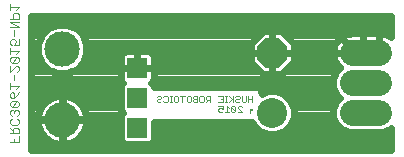
<source format=gbl>
G75*
%MOIN*%
%OFA0B0*%
%FSLAX25Y25*%
%IPPOS*%
%LPD*%
%AMOC8*
5,1,8,0,0,1.08239X$1,22.5*
%
%ADD10C,0.00300*%
%ADD11C,0.00200*%
%ADD12R,0.06600X0.06600*%
%ADD13C,0.10000*%
%ADD14OC8,0.10000*%
%ADD15C,0.11811*%
%ADD16C,0.08600*%
%ADD17C,0.02400*%
%ADD18C,0.03569*%
D10*
X0007350Y0007350D02*
X0010252Y0007350D01*
X0010252Y0009285D01*
X0010252Y0010297D02*
X0010252Y0011748D01*
X0009769Y0012231D01*
X0008801Y0012231D01*
X0008317Y0011748D01*
X0008317Y0010297D01*
X0007350Y0010297D02*
X0010252Y0010297D01*
X0008317Y0011264D02*
X0007350Y0012231D01*
X0007834Y0013243D02*
X0007350Y0013727D01*
X0007350Y0014694D01*
X0007834Y0015178D01*
X0007834Y0016190D02*
X0007350Y0016673D01*
X0007350Y0017641D01*
X0007834Y0018125D01*
X0008317Y0018125D01*
X0008801Y0017641D01*
X0008801Y0017157D01*
X0008801Y0017641D02*
X0009285Y0018125D01*
X0009769Y0018125D01*
X0010252Y0017641D01*
X0010252Y0016673D01*
X0009769Y0016190D01*
X0009769Y0015178D02*
X0010252Y0014694D01*
X0010252Y0013727D01*
X0009769Y0013243D01*
X0007834Y0013243D01*
X0008801Y0008317D02*
X0008801Y0007350D01*
X0007834Y0019136D02*
X0009769Y0021071D01*
X0007834Y0021071D01*
X0007350Y0020587D01*
X0007350Y0019620D01*
X0007834Y0019136D01*
X0009769Y0019136D01*
X0010252Y0019620D01*
X0010252Y0020587D01*
X0009769Y0021071D01*
X0008801Y0022083D02*
X0007834Y0022083D01*
X0007350Y0022566D01*
X0007350Y0023534D01*
X0007834Y0024018D01*
X0008317Y0024018D01*
X0008801Y0023534D01*
X0008801Y0022083D01*
X0009769Y0023050D01*
X0010252Y0024018D01*
X0009285Y0025029D02*
X0010252Y0025997D01*
X0007350Y0025997D01*
X0007350Y0026964D02*
X0007350Y0025029D01*
X0008801Y0027976D02*
X0008801Y0029911D01*
X0009769Y0030922D02*
X0010252Y0031406D01*
X0010252Y0032373D01*
X0009769Y0032857D01*
X0009285Y0032857D01*
X0007350Y0030922D01*
X0007350Y0032857D01*
X0007834Y0033869D02*
X0009769Y0035804D01*
X0007834Y0035804D01*
X0007350Y0035320D01*
X0007350Y0034352D01*
X0007834Y0033869D01*
X0009769Y0033869D01*
X0010252Y0034352D01*
X0010252Y0035320D01*
X0009769Y0035804D01*
X0009285Y0036815D02*
X0010252Y0037783D01*
X0007350Y0037783D01*
X0007350Y0038750D02*
X0007350Y0036815D01*
X0007834Y0039762D02*
X0007350Y0040245D01*
X0007350Y0041213D01*
X0007834Y0041697D01*
X0008801Y0041697D01*
X0009285Y0041213D01*
X0009285Y0040729D01*
X0008801Y0039762D01*
X0010252Y0039762D01*
X0010252Y0041697D01*
X0008801Y0042708D02*
X0008801Y0044643D01*
X0007350Y0045655D02*
X0010252Y0045655D01*
X0007350Y0047590D01*
X0010252Y0047590D01*
X0010252Y0048601D02*
X0007350Y0048601D01*
X0008317Y0048601D02*
X0008317Y0050052D01*
X0008801Y0050536D01*
X0009769Y0050536D01*
X0010252Y0050052D01*
X0010252Y0048601D01*
X0009285Y0051548D02*
X0010252Y0052515D01*
X0007350Y0052515D01*
X0007350Y0051548D02*
X0007350Y0053483D01*
D11*
X0056344Y0022501D02*
X0056694Y0022852D01*
X0057395Y0022852D01*
X0057745Y0022501D01*
X0057745Y0022151D01*
X0057395Y0021801D01*
X0056694Y0021801D01*
X0056344Y0021451D01*
X0056344Y0021100D01*
X0056694Y0020750D01*
X0057395Y0020750D01*
X0057745Y0021100D01*
X0058461Y0021100D02*
X0058812Y0020750D01*
X0059512Y0020750D01*
X0059863Y0021100D01*
X0059863Y0022501D01*
X0059512Y0022852D01*
X0058812Y0022852D01*
X0058461Y0022501D01*
X0060574Y0022852D02*
X0061274Y0022852D01*
X0060924Y0022852D02*
X0060924Y0020750D01*
X0061274Y0020750D02*
X0060574Y0020750D01*
X0061991Y0021100D02*
X0061991Y0022501D01*
X0062341Y0022852D01*
X0063042Y0022852D01*
X0063392Y0022501D01*
X0063392Y0021100D01*
X0063042Y0020750D01*
X0062341Y0020750D01*
X0061991Y0021100D01*
X0064810Y0020750D02*
X0064810Y0022852D01*
X0065510Y0022852D02*
X0064109Y0022852D01*
X0066227Y0022501D02*
X0066577Y0022852D01*
X0067278Y0022852D01*
X0067628Y0022501D01*
X0067628Y0021100D01*
X0067278Y0020750D01*
X0066577Y0020750D01*
X0066227Y0021100D01*
X0066227Y0022501D01*
X0068345Y0022501D02*
X0068345Y0022151D01*
X0068695Y0021801D01*
X0069746Y0021801D01*
X0070462Y0022501D02*
X0070813Y0022852D01*
X0071513Y0022852D01*
X0071864Y0022501D01*
X0071864Y0021100D01*
X0071513Y0020750D01*
X0070813Y0020750D01*
X0070462Y0021100D01*
X0070462Y0022501D01*
X0069746Y0022852D02*
X0068695Y0022852D01*
X0068345Y0022501D01*
X0068695Y0021801D02*
X0068345Y0021451D01*
X0068345Y0021100D01*
X0068695Y0020750D01*
X0069746Y0020750D01*
X0069746Y0022852D01*
X0072580Y0022501D02*
X0072580Y0021801D01*
X0072930Y0021451D01*
X0073981Y0021451D01*
X0073281Y0021451D02*
X0072580Y0020750D01*
X0073981Y0020750D02*
X0073981Y0022852D01*
X0072930Y0022852D01*
X0072580Y0022501D01*
X0076816Y0022852D02*
X0078217Y0022852D01*
X0078217Y0020750D01*
X0076816Y0020750D01*
X0078928Y0020750D02*
X0079629Y0020750D01*
X0079278Y0020750D02*
X0079278Y0022852D01*
X0078928Y0022852D02*
X0079629Y0022852D01*
X0080345Y0022852D02*
X0081747Y0021451D01*
X0081396Y0021801D02*
X0080345Y0020750D01*
X0081747Y0020750D02*
X0081747Y0022852D01*
X0082463Y0022501D02*
X0082813Y0022852D01*
X0083514Y0022852D01*
X0083864Y0022501D01*
X0083864Y0022151D01*
X0083514Y0021801D01*
X0082813Y0021801D01*
X0082463Y0021451D01*
X0082463Y0021100D01*
X0082813Y0020750D01*
X0083514Y0020750D01*
X0083864Y0021100D01*
X0084581Y0021100D02*
X0084581Y0022852D01*
X0085982Y0022852D02*
X0085982Y0021100D01*
X0085632Y0020750D01*
X0084931Y0020750D01*
X0084581Y0021100D01*
X0086699Y0020750D02*
X0086699Y0022852D01*
X0088100Y0022852D02*
X0088100Y0020750D01*
X0088100Y0021801D02*
X0086699Y0021801D01*
X0084220Y0019402D02*
X0083519Y0019402D01*
X0083169Y0019051D01*
X0083169Y0018701D01*
X0084570Y0017300D01*
X0083169Y0017300D01*
X0082453Y0017650D02*
X0081051Y0019051D01*
X0081051Y0017650D01*
X0081402Y0017300D01*
X0082102Y0017300D01*
X0082453Y0017650D01*
X0082453Y0019051D01*
X0082102Y0019402D01*
X0081402Y0019402D01*
X0081051Y0019051D01*
X0080335Y0018701D02*
X0079634Y0019402D01*
X0079634Y0017300D01*
X0078934Y0017300D02*
X0080335Y0017300D01*
X0078217Y0017650D02*
X0077867Y0017300D01*
X0077166Y0017300D01*
X0076816Y0017650D01*
X0076816Y0018351D01*
X0077166Y0018701D01*
X0077516Y0018701D01*
X0078217Y0018351D01*
X0078217Y0019402D01*
X0076816Y0019402D01*
X0077516Y0021801D02*
X0078217Y0021801D01*
X0084220Y0019402D02*
X0084570Y0019051D01*
X0087399Y0018351D02*
X0087399Y0016950D01*
X0087399Y0018001D02*
X0088100Y0018001D01*
X0088100Y0018351D02*
X0087399Y0018351D01*
D12*
X0049700Y0022200D03*
X0049700Y0012200D03*
X0049700Y0032200D03*
D13*
X0094700Y0017200D03*
D14*
X0094700Y0037200D03*
D15*
X0024700Y0038480D03*
X0024700Y0014857D03*
D16*
X0121600Y0017200D02*
X0130200Y0017200D01*
X0130200Y0027200D02*
X0121600Y0027200D01*
X0121600Y0037200D02*
X0130200Y0037200D01*
D17*
X0014200Y0049461D02*
X0014200Y0004900D01*
X0134201Y0004900D01*
X0134201Y0012008D01*
X0133882Y0011690D01*
X0131493Y0010700D01*
X0120307Y0010700D01*
X0117918Y0011690D01*
X0116090Y0013518D01*
X0115100Y0015907D01*
X0115100Y0018493D01*
X0116090Y0020882D01*
X0117408Y0022200D01*
X0116090Y0023518D01*
X0115100Y0025907D01*
X0115100Y0028493D01*
X0116090Y0030882D01*
X0117421Y0032213D01*
X0117305Y0032303D01*
X0116703Y0032905D01*
X0116184Y0033581D01*
X0115758Y0034319D01*
X0115432Y0035106D01*
X0115211Y0035929D01*
X0115100Y0036774D01*
X0115100Y0037200D01*
X0130200Y0037200D01*
X0130200Y0037200D01*
X0130200Y0043700D01*
X0130626Y0043700D01*
X0131471Y0043589D01*
X0132294Y0043368D01*
X0133081Y0043042D01*
X0133819Y0042616D01*
X0134201Y0042323D01*
X0134201Y0049461D01*
X0014200Y0049461D01*
X0014200Y0047772D02*
X0134201Y0047772D01*
X0134201Y0045373D02*
X0029238Y0045373D01*
X0029291Y0045351D02*
X0026312Y0046585D01*
X0023088Y0046585D01*
X0020109Y0045351D01*
X0017828Y0043071D01*
X0016594Y0040092D01*
X0016594Y0036867D01*
X0017828Y0033888D01*
X0020109Y0031608D01*
X0023088Y0030374D01*
X0026312Y0030374D01*
X0029291Y0031608D01*
X0031572Y0033888D01*
X0032805Y0036867D01*
X0032805Y0040092D01*
X0031572Y0043071D01*
X0029291Y0045351D01*
X0031611Y0042975D02*
X0090292Y0042975D01*
X0091718Y0044400D02*
X0087500Y0040182D01*
X0087500Y0037200D01*
X0094700Y0037200D01*
X0094700Y0037200D01*
X0094700Y0044400D01*
X0097682Y0044400D01*
X0101900Y0040182D01*
X0101900Y0037200D01*
X0094700Y0037200D01*
X0094700Y0037200D01*
X0094700Y0037200D01*
X0094700Y0044400D01*
X0091718Y0044400D01*
X0094700Y0042975D02*
X0094700Y0042975D01*
X0094700Y0040576D02*
X0094700Y0040576D01*
X0094700Y0038178D02*
X0094700Y0038178D01*
X0094700Y0037200D02*
X0087500Y0037200D01*
X0087500Y0034218D01*
X0091718Y0030000D01*
X0094700Y0030000D01*
X0097682Y0030000D01*
X0101900Y0034218D01*
X0101900Y0037200D01*
X0094700Y0037200D01*
X0094700Y0030000D01*
X0094700Y0037200D01*
X0094700Y0037200D01*
X0094700Y0035779D02*
X0094700Y0035779D01*
X0094700Y0033381D02*
X0094700Y0033381D01*
X0088337Y0033381D02*
X0055200Y0033381D01*
X0055200Y0032200D02*
X0055200Y0035790D01*
X0055050Y0036349D01*
X0054760Y0036851D01*
X0054351Y0037260D01*
X0053849Y0037550D01*
X0053290Y0037700D01*
X0049700Y0037700D01*
X0049700Y0032200D01*
X0049700Y0032200D01*
X0055200Y0032200D01*
X0049700Y0032200D01*
X0049700Y0032200D01*
X0049700Y0032200D01*
X0044200Y0032200D01*
X0044200Y0035790D01*
X0044350Y0036349D01*
X0044640Y0036851D01*
X0045049Y0037260D01*
X0045551Y0037550D01*
X0046110Y0037700D01*
X0049700Y0037700D01*
X0049700Y0032200D01*
X0044200Y0032200D01*
X0044200Y0028610D01*
X0044350Y0028051D01*
X0044640Y0027549D01*
X0044989Y0027200D01*
X0044200Y0026411D01*
X0044200Y0017989D01*
X0044989Y0017200D01*
X0044200Y0016411D01*
X0044200Y0007989D01*
X0045489Y0006700D01*
X0053911Y0006700D01*
X0055200Y0007989D01*
X0055200Y0014233D01*
X0088136Y0014233D01*
X0088596Y0013122D01*
X0090622Y0011096D01*
X0093268Y0010000D01*
X0096132Y0010000D01*
X0098778Y0011096D01*
X0100804Y0013122D01*
X0101900Y0015768D01*
X0101900Y0018632D01*
X0100804Y0021278D01*
X0098778Y0023304D01*
X0096132Y0024400D01*
X0093268Y0024400D01*
X0091167Y0023530D01*
X0091167Y0023840D01*
X0091139Y0024086D01*
X0091084Y0024327D01*
X0091002Y0024560D01*
X0090895Y0024783D01*
X0090764Y0024992D01*
X0090610Y0025185D01*
X0090435Y0025360D01*
X0090242Y0025514D01*
X0090033Y0025645D01*
X0089810Y0025752D01*
X0089577Y0025834D01*
X0089336Y0025889D01*
X0089090Y0025917D01*
X0055200Y0025917D01*
X0055200Y0026411D01*
X0054411Y0027200D01*
X0054760Y0027549D01*
X0055050Y0028051D01*
X0055200Y0028610D01*
X0055200Y0032200D01*
X0055200Y0030982D02*
X0090736Y0030982D01*
X0094700Y0030982D02*
X0094700Y0030982D01*
X0098664Y0030982D02*
X0116190Y0030982D01*
X0115138Y0028584D02*
X0055193Y0028584D01*
X0055200Y0026185D02*
X0115100Y0026185D01*
X0115978Y0023787D02*
X0097613Y0023787D01*
X0100694Y0021388D02*
X0116596Y0021388D01*
X0115306Y0018990D02*
X0101752Y0018990D01*
X0101900Y0016591D02*
X0115100Y0016591D01*
X0115810Y0014193D02*
X0101247Y0014193D01*
X0099476Y0011794D02*
X0117814Y0011794D01*
X0133986Y0011794D02*
X0134201Y0011794D01*
X0134201Y0009396D02*
X0055200Y0009396D01*
X0055200Y0011794D02*
X0089924Y0011794D01*
X0088152Y0014193D02*
X0055200Y0014193D01*
X0044200Y0014193D02*
X0032788Y0014193D01*
X0032805Y0014326D02*
X0032805Y0014680D01*
X0024878Y0014680D01*
X0024878Y0015035D01*
X0032805Y0015035D01*
X0032805Y0015389D01*
X0032667Y0016442D01*
X0032392Y0017469D01*
X0031985Y0018450D01*
X0031454Y0019370D01*
X0030807Y0020213D01*
X0030056Y0020965D01*
X0029213Y0021611D01*
X0028293Y0022143D01*
X0027311Y0022549D01*
X0026285Y0022824D01*
X0025231Y0022963D01*
X0024878Y0022963D01*
X0024878Y0015036D01*
X0024522Y0015036D01*
X0024522Y0022963D01*
X0024169Y0022963D01*
X0023115Y0022824D01*
X0022089Y0022549D01*
X0021107Y0022143D01*
X0020187Y0021611D01*
X0019344Y0020965D01*
X0018593Y0020213D01*
X0017946Y0019370D01*
X0017415Y0018450D01*
X0017008Y0017469D01*
X0016733Y0016442D01*
X0016594Y0015389D01*
X0016594Y0015035D01*
X0024522Y0015035D01*
X0024522Y0014680D01*
X0016594Y0014680D01*
X0016594Y0014326D01*
X0016733Y0013273D01*
X0017008Y0012246D01*
X0017415Y0011265D01*
X0017946Y0010345D01*
X0018593Y0009502D01*
X0019344Y0008750D01*
X0020187Y0008104D01*
X0021107Y0007572D01*
X0022089Y0007166D01*
X0023115Y0006891D01*
X0024169Y0006752D01*
X0024522Y0006752D01*
X0024522Y0014679D01*
X0024878Y0014679D01*
X0024878Y0006752D01*
X0025231Y0006752D01*
X0026285Y0006891D01*
X0027311Y0007166D01*
X0028293Y0007572D01*
X0029213Y0008104D01*
X0030056Y0008750D01*
X0030807Y0009502D01*
X0031454Y0010345D01*
X0031985Y0011265D01*
X0032392Y0012246D01*
X0032667Y0013273D01*
X0032805Y0014326D01*
X0032627Y0016591D02*
X0044380Y0016591D01*
X0044200Y0018990D02*
X0031674Y0018990D01*
X0029504Y0021388D02*
X0044200Y0021388D01*
X0044200Y0023787D02*
X0014200Y0023787D01*
X0014200Y0021388D02*
X0019896Y0021388D01*
X0024522Y0021388D02*
X0024878Y0021388D01*
X0024878Y0018990D02*
X0024522Y0018990D01*
X0024522Y0016591D02*
X0024878Y0016591D01*
X0024878Y0014193D02*
X0024522Y0014193D01*
X0024522Y0011794D02*
X0024878Y0011794D01*
X0024878Y0009396D02*
X0024522Y0009396D01*
X0018699Y0009396D02*
X0014200Y0009396D01*
X0014200Y0011794D02*
X0017196Y0011794D01*
X0016612Y0014193D02*
X0014200Y0014193D01*
X0014200Y0016591D02*
X0016773Y0016591D01*
X0017726Y0018990D02*
X0014200Y0018990D01*
X0032204Y0011794D02*
X0044200Y0011794D01*
X0044200Y0009396D02*
X0030701Y0009396D01*
X0026682Y0006997D02*
X0045192Y0006997D01*
X0054208Y0006997D02*
X0134201Y0006997D01*
X0091787Y0023787D02*
X0091167Y0023787D01*
X0101063Y0033381D02*
X0116338Y0033381D01*
X0115251Y0035779D02*
X0101900Y0035779D01*
X0101900Y0038178D02*
X0115173Y0038178D01*
X0115211Y0038471D02*
X0115100Y0037626D01*
X0115100Y0037200D01*
X0130200Y0037200D01*
X0130200Y0043700D01*
X0121174Y0043700D01*
X0120329Y0043589D01*
X0119506Y0043368D01*
X0118719Y0043042D01*
X0117981Y0042616D01*
X0117305Y0042097D01*
X0116703Y0041495D01*
X0116184Y0040819D01*
X0115758Y0040081D01*
X0115432Y0039294D01*
X0115211Y0038471D01*
X0116044Y0040576D02*
X0101506Y0040576D01*
X0099108Y0042975D02*
X0118602Y0042975D01*
X0117200Y0042200D02*
X0125000Y0037150D01*
X0125000Y0045700D01*
X0130200Y0042975D02*
X0130200Y0042975D01*
X0133198Y0042975D02*
X0134201Y0042975D01*
X0130200Y0040576D02*
X0130200Y0040576D01*
X0130200Y0038178D02*
X0130200Y0038178D01*
X0130200Y0037200D02*
X0130200Y0037200D01*
X0087894Y0040576D02*
X0032605Y0040576D01*
X0032805Y0038178D02*
X0087500Y0038178D01*
X0087500Y0035779D02*
X0055200Y0035779D01*
X0049700Y0035779D02*
X0049700Y0035779D01*
X0049700Y0033381D02*
X0049700Y0033381D01*
X0044200Y0033381D02*
X0031064Y0033381D01*
X0032355Y0035779D02*
X0044200Y0035779D01*
X0044200Y0030982D02*
X0027780Y0030982D01*
X0021620Y0030982D02*
X0014200Y0030982D01*
X0014200Y0028584D02*
X0044207Y0028584D01*
X0044200Y0026185D02*
X0014200Y0026185D01*
X0014200Y0033381D02*
X0018336Y0033381D01*
X0017045Y0035779D02*
X0014200Y0035779D01*
X0014200Y0038178D02*
X0016594Y0038178D01*
X0016795Y0040576D02*
X0014200Y0040576D01*
X0014200Y0042975D02*
X0017789Y0042975D01*
X0020162Y0045373D02*
X0014200Y0045373D01*
X0014200Y0006997D02*
X0022718Y0006997D01*
X0024522Y0006997D02*
X0024878Y0006997D01*
D18*
X0073700Y0011700D03*
M02*

</source>
